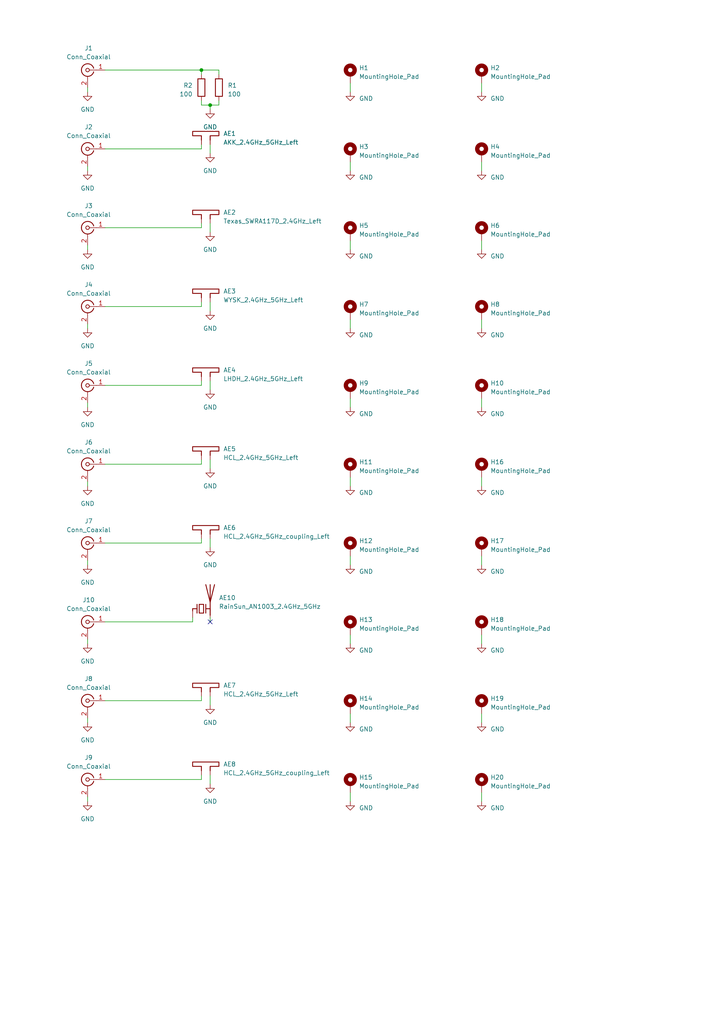
<source format=kicad_sch>
(kicad_sch (version 20230121) (generator eeschema)
  (paper "A4" portrait)
  (title_block (title "${title}") (rev "${revision}") (company "${company}") (comment 1 "author: ${author}") (comment 2 "pid: ${pid}"))
  (lib_symbols
    (symbol "Connector:Conn_Coaxial" (pin_names (offset 1.016) hide)
      (property "Reference" "J" (at 0.254 3.048 0))
      (property "Value" "Conn_Coaxial" (at 2.921 0 90))
      (symbol "Conn_Coaxial_0_1"
        (arc (start -1.778 -0.508) (mid 0.2311 -1.8066) (end 1.778 0) (stroke (width 0.254)))
        (polyline (pts (xy -2.54 0) (xy -0.508 0)))
        (polyline (pts (xy 0 -2.54) (xy 0 -1.778)))
        (circle (center 0 0) (radius 0.508) (stroke (width 0.2032)))
        (arc (start 1.778 0) (mid 0.2099 1.8101) (end -1.778 0.508) (stroke (width 0.254)))
      )
      (symbol "Conn_Coaxial_1_1"
        (pin passive line (at -5.08 0 0) (length 2.54) (name "In") (number "1"))
        (pin passive line (at 0 -5.08 90) (length 2.54) (name "Ext") (number "2"))
      )
    )
    (symbol "Device:Antenna_Chip" (pin_numbers hide) (pin_names (offset 1.016) hide)
      (property "Reference" "AE" (at 0 5.08 0))
      (property "Value" "Antenna_Chip" (at 0 3.175 0))
      (symbol "Antenna_Chip_0_1"
        (polyline (pts (xy -2.54 0) (xy -2.54 -0.635)) (stroke (width 0.254)))
        (polyline (pts (xy -2.54 0) (xy -1.27 0)) (stroke (width 0.254)))
        (polyline (pts (xy 1.27 0) (xy 2.54 0)) (stroke (width 0.254)))
        (polyline (pts (xy 1.27 1.27) (xy 1.27 -1.27)) (stroke (width 0.254)))
        (polyline (pts (xy 2.54 -0.635) (xy 2.54 0)))
        (polyline (pts (xy 2.54 6.985) (xy 2.54 -1.905)) (stroke (width 0.254)))
        (polyline (pts (xy -1.27 1.27) (xy -1.27 -1.27) (xy -1.27 0)) (stroke (width 0.254)))
        (polyline (pts (xy 3.81 6.985) (xy 2.54 1.905) (xy 1.27 6.985)) (stroke (width 0.254)))
        (polyline (pts (xy -0.635 1.27) (xy 0.635 1.27) (xy 0.635 -1.27) (xy -0.635 -1.27) (xy -0.635 1.27)) (stroke (width 0.254)))
      )
      (symbol "Antenna_Chip_1_1"
        (pin input line (at -2.54 -2.54 90) (length 2.54) (name "FEED") (number "1"))
        (pin passive line (at 2.54 -2.54 90) (length 2.54) (name "PCB_Trace") (number "2"))
      )
    )
    (symbol "Device:Antenna_Dipole" (pin_numbers hide) (pin_names (offset 1.016) hide)
      (property "Reference" "AE" (at 1.27 1.27 0))
      (property "Value" "Antenna_Dipole" (at 1.27 0 0))
      (symbol "Antenna_Dipole_0_1"
        (polyline (pts (xy 2.54 -3.81) (xy 2.54 -2.54) (xy 5.08 -2.54) (xy 5.08 -1.27) (xy -2.54 -1.27) (xy -2.54 -2.54) (xy 0 -2.54) (xy 0 -3.81)) (stroke (width 0.254)))
      )
      (symbol "Antenna_Dipole_1_1"
        (pin input line (at 0 -5.08 90) (length 2.54) (name "~") (number "1"))
        (pin input line (at 2.54 -5.08 90) (length 2.54) (name "~") (number "2"))
      )
    )
    (symbol "Device:R" (pin_numbers hide) (pin_names (offset 0))
      (property "Reference" "R" (at 2.032 0 90))
      (property "Value" "R" (at 0 0 90))
      (symbol "R_0_1"
        (rectangle (start -1.016 -2.54) (end 1.016 2.54) (stroke (width 0.254)))
      )
      (symbol "R_1_1"
        (pin passive line (at 0 3.81 270) (length 1.27) (name "~") (number "1"))
        (pin passive line (at 0 -3.81 90) (length 1.27) (name "~") (number "2"))
      )
    )
    (symbol "Mechanical:MountingHole_Pad" (pin_numbers hide) (pin_names (offset 1.016) hide)
      (property "Reference" "H" (at 0 6.35 0))
      (property "Value" "MountingHole_Pad" (at 0 4.445 0))
      (symbol "MountingHole_Pad_0_1"
        (circle (center 0 1.27) (radius 1.27) (stroke (width 1.27)))
      )
      (symbol "MountingHole_Pad_1_1"
        (pin input line (at 0 -2.54 90) (length 2.54) (name "1") (number "1"))
      )
    )
    (symbol "power:GND" (power) (pin_names (offset 0))
      (property "Value" "GND" (at 0 -3.81 0))
      (symbol "GND_0_1"
        (polyline (pts (xy 0 0) (xy 0 -1.27) (xy 1.27 -1.27) (xy 0 -2.54) (xy -1.27 -1.27) (xy 0 -1.27)))
      )
      (symbol "GND_1_1"
        (pin power_in line (at 0 0 270) (length 0) hide (name "GND") (number "1"))
      )
    )
  )
  (junction (at 60.96 30.48))
  (junction (at 58.42 20.32))
  (no_connect (at 60.96 180.34))
  (wire (pts (xy 139.7 229.87) (xy 139.7 232.41)))
  (wire (pts (xy 55.88 179.07) (xy 55.88 180.34)))
  (wire (pts (xy 30.48 20.32) (xy 58.42 20.32)))
  (wire (pts (xy 63.5 20.32) (xy 63.5 21.59)))
  (wire (pts (xy 101.6 229.87) (xy 101.6 232.41)))
  (wire (pts (xy 101.6 207.01) (xy 101.6 209.55)))
  (wire (pts (xy 63.5 30.48) (xy 63.5 29.21)))
  (wire (pts (xy 25.4 116.84) (xy 25.4 118.11)))
  (wire (pts (xy 30.48 157.48) (xy 58.42 157.48)))
  (wire (pts (xy 30.48 111.76) (xy 58.42 111.76)))
  (wire (pts (xy 101.6 69.85) (xy 101.6 72.39)))
  (wire (pts (xy 30.48 203.2) (xy 58.42 203.2)))
  (wire (pts (xy 58.42 41.91) (xy 58.42 43.18)))
  (wire (pts (xy 30.48 180.34) (xy 55.88 180.34)))
  (wire (pts (xy 58.42 133.35) (xy 58.42 134.62)))
  (wire (pts (xy 101.6 184.15) (xy 101.6 186.69)))
  (wire (pts (xy 58.42 20.32) (xy 58.42 21.59)))
  (wire (pts (xy 30.48 134.62) (xy 58.42 134.62)))
  (wire (pts (xy 25.4 93.98) (xy 25.4 95.25)))
  (wire (pts (xy 25.4 185.42) (xy 25.4 186.69)))
  (wire (pts (xy 101.6 92.71) (xy 101.6 95.25)))
  (wire (pts (xy 58.42 20.32) (xy 63.5 20.32)))
  (wire (pts (xy 101.6 138.43) (xy 101.6 140.97)))
  (wire (pts (xy 139.7 46.99) (xy 139.7 49.53)))
  (wire (pts (xy 60.96 133.35) (xy 60.96 135.89)))
  (wire (pts (xy 58.42 156.21) (xy 58.42 157.48)))
  (wire (pts (xy 60.96 41.91) (xy 60.96 44.45)))
  (wire (pts (xy 139.7 69.85) (xy 139.7 72.39)))
  (wire (pts (xy 30.48 226.06) (xy 58.42 226.06)))
  (wire (pts (xy 25.4 208.28) (xy 25.4 209.55)))
  (wire (pts (xy 58.42 110.49) (xy 58.42 111.76)))
  (wire (pts (xy 60.96 64.77) (xy 60.96 67.31)))
  (wire (pts (xy 139.7 161.29) (xy 139.7 163.83)))
  (wire (pts (xy 60.96 180.34) (xy 60.96 179.07)))
  (wire (pts (xy 139.7 24.13) (xy 139.7 26.67)))
  (wire (pts (xy 60.96 30.48) (xy 60.96 31.75)))
  (wire (pts (xy 139.7 184.15) (xy 139.7 186.69)))
  (wire (pts (xy 139.7 115.57) (xy 139.7 118.11)))
  (wire (pts (xy 58.42 29.21) (xy 58.42 30.48)))
  (wire (pts (xy 101.6 46.99) (xy 101.6 49.53)))
  (wire (pts (xy 60.96 156.21) (xy 60.96 158.75)))
  (wire (pts (xy 101.6 24.13) (xy 101.6 26.67)))
  (wire (pts (xy 25.4 231.14) (xy 25.4 232.41)))
  (wire (pts (xy 25.4 139.7) (xy 25.4 140.97)))
  (wire (pts (xy 139.7 92.71) (xy 139.7 95.25)))
  (wire (pts (xy 25.4 48.26) (xy 25.4 49.53)))
  (wire (pts (xy 58.42 87.63) (xy 58.42 88.9)))
  (wire (pts (xy 25.4 162.56) (xy 25.4 163.83)))
  (wire (pts (xy 139.7 207.01) (xy 139.7 209.55)))
  (wire (pts (xy 139.7 138.43) (xy 139.7 140.97)))
  (wire (pts (xy 25.4 71.12) (xy 25.4 72.39)))
  (wire (pts (xy 60.96 201.93) (xy 60.96 204.47)))
  (wire (pts (xy 101.6 115.57) (xy 101.6 118.11)))
  (wire (pts (xy 60.96 30.48) (xy 63.5 30.48)))
  (wire (pts (xy 60.96 110.49) (xy 60.96 113.03)))
  (wire (pts (xy 58.42 30.48) (xy 60.96 30.48)))
  (wire (pts (xy 60.96 87.63) (xy 60.96 90.17)))
  (wire (pts (xy 30.48 88.9) (xy 58.42 88.9)))
  (wire (pts (xy 58.42 64.77) (xy 58.42 66.04)))
  (wire (pts (xy 25.4 25.4) (xy 25.4 26.67)))
  (wire (pts (xy 58.42 224.79) (xy 58.42 226.06)))
  (wire (pts (xy 30.48 43.18) (xy 58.42 43.18)))
  (wire (pts (xy 101.6 161.29) (xy 101.6 163.83)))
  (wire (pts (xy 30.48 66.04) (xy 58.42 66.04)))
  (wire (pts (xy 60.96 224.79) (xy 60.96 227.33)))
  (wire (pts (xy 58.42 201.93) (xy 58.42 203.2)))
  (symbol (lib_id "power:GND") (at 25.4 232.41 0) (unit 1)
    (property "Reference" "#PWR016" (effects hide))
    (property "Value" "GND" (at 25.4 237.49 0))
  )
  (symbol (lib_id "power:GND") (at 101.6 186.69 0) (unit 1)
    (property "Reference" "#PWR032" (effects hide))
    (property "Value" "GND" (at 104.14 188.595 0) (effects (justify left)))
  )
  (symbol (lib_id "Connector:Conn_Coaxial") (at 25.4 157.48 0) (mirror y) (unit 1)
    (property "Reference" "J7" (at 25.7174 151.13 0))
    (property "Value" "Conn_Coaxial" (at 25.7174 153.67 0))
    (property "Footprint" "Connector_Coaxial:SMA_Molex_73251-2120_EdgeMount_Horizontal" (effects hide))
    (property "Datasheet" " ~" (effects hide))
  )
  (symbol (lib_id "Mechanical:MountingHole_Pad") (at 101.6 135.89 0) (unit 1)
    (property "Reference" "H11" (at 104.14 133.985 0) (effects (justify left)))
    (property "Value" "MountingHole_Pad" (at 104.14 136.525 0) (effects (justify left)))
    (property "Footprint" "MountingHole:MountingHole_3mm_Pad_Via" (effects hide))
  )
  (symbol (lib_id "power:GND") (at 101.6 163.83 0) (unit 1)
    (property "Reference" "#PWR031" (effects hide))
    (property "Value" "GND" (at 104.14 165.735 0) (effects (justify left)))
  )
  (symbol (lib_id "Mechanical:MountingHole_Pad") (at 139.7 44.45 0) (unit 1)
    (property "Reference" "H4" (at 142.24 42.545 0) (effects (justify left)))
    (property "Value" "MountingHole_Pad" (at 142.24 45.085 0) (effects (justify left)))
    (property "Footprint" "MountingHole:MountingHole_3mm_Pad_Via" (effects hide))
  )
  (symbol (lib_id "Mechanical:MountingHole_Pad") (at 101.6 158.75 0) (unit 1)
    (property "Reference" "H12" (at 104.14 156.845 0) (effects (justify left)))
    (property "Value" "MountingHole_Pad" (at 104.14 159.385 0) (effects (justify left)))
    (property "Footprint" "MountingHole:MountingHole_3mm_Pad_Via" (effects hide))
  )
  (symbol (lib_id "power:GND") (at 60.96 44.45 0) (unit 1)
    (property "Reference" "#PWR04" (effects hide))
    (property "Value" "GND" (at 60.96 49.53 0))
  )
  (symbol (lib_id "Connector:Conn_Coaxial") (at 25.4 134.62 0) (mirror y) (unit 1)
    (property "Reference" "J6" (at 25.7174 128.27 0))
    (property "Value" "Conn_Coaxial" (at 25.7174 130.81 0))
    (property "Footprint" "Connector_Coaxial:SMA_Molex_73251-2120_EdgeMount_Horizontal" (effects hide))
    (property "Datasheet" " ~" (effects hide))
  )
  (symbol (lib_id "Device:Antenna_Chip") (at 58.42 176.53 0) (unit 1)
    (property "Reference" "AE10" (at 63.5 173.355 0) (effects (justify left)))
    (property "Value" "RainSun_AN1003_2.4GHz_5GHz" (at 63.5 175.895 0) (effects (justify left)))
    (property "Footprint" "RF_Antenna-project:RainSun_AN1003_2.4GHz_5GHz" (effects hide))
  )
  (symbol (lib_id "power:GND") (at 139.7 140.97 0) (unit 1)
    (property "Reference" "#PWR035" (effects hide))
    (property "Value" "GND" (at 142.24 142.875 0) (effects (justify left)))
  )
  (symbol (lib_id "Mechanical:MountingHole_Pad") (at 101.6 113.03 0) (unit 1)
    (property "Reference" "H9" (at 104.14 111.125 0) (effects (justify left)))
    (property "Value" "MountingHole_Pad" (at 104.14 113.665 0) (effects (justify left)))
    (property "Footprint" "MountingHole:MountingHole_3mm_Pad_Via" (effects hide))
  )
  (symbol (lib_id "Mechanical:MountingHole_Pad") (at 101.6 67.31 0) (unit 1)
    (property "Reference" "H5" (at 104.14 65.405 0) (effects (justify left)))
    (property "Value" "MountingHole_Pad" (at 104.14 67.945 0) (effects (justify left)))
    (property "Footprint" "MountingHole:MountingHole_3mm_Pad_Via" (effects hide))
  )
  (symbol (lib_id "Mechanical:MountingHole_Pad") (at 101.6 181.61 0) (unit 1)
    (property "Reference" "H13" (at 104.14 179.705 0) (effects (justify left)))
    (property "Value" "MountingHole_Pad" (at 104.14 182.245 0) (effects (justify left)))
    (property "Footprint" "MountingHole:MountingHole_3mm_Pad_Via" (effects hide))
  )
  (symbol (lib_id "Connector:Conn_Coaxial") (at 25.4 66.04 0) (mirror y) (unit 1)
    (property "Reference" "J3" (at 25.7174 59.69 0))
    (property "Value" "Conn_Coaxial" (at 25.7174 62.23 0))
    (property "Footprint" "Connector_Coaxial:SMA_Molex_73251-2120_EdgeMount_Horizontal" (effects hide))
    (property "Datasheet" " ~" (effects hide))
  )
  (symbol (lib_id "Mechanical:MountingHole_Pad") (at 101.6 227.33 0) (unit 1)
    (property "Reference" "H15" (at 104.14 225.425 0) (effects (justify left)))
    (property "Value" "MountingHole_Pad" (at 104.14 227.965 0) (effects (justify left)))
    (property "Footprint" "MountingHole:MountingHole_3mm_Pad_Via" (effects hide))
  )
  (symbol (lib_id "Connector:Conn_Coaxial") (at 25.4 88.9 0) (mirror y) (unit 1)
    (property "Reference" "J4" (at 25.7174 82.55 0))
    (property "Value" "Conn_Coaxial" (at 25.7174 85.09 0))
    (property "Footprint" "Connector_Coaxial:SMA_Molex_73251-2120_EdgeMount_Horizontal" (effects hide))
    (property "Datasheet" " ~" (effects hide))
  )
  (symbol (lib_id "power:GND") (at 101.6 49.53 0) (unit 1)
    (property "Reference" "#PWR022" (effects hide))
    (property "Value" "GND" (at 104.14 51.435 0) (effects (justify left)))
  )
  (symbol (lib_id "power:GND") (at 139.7 118.11 0) (unit 1)
    (property "Reference" "#PWR029" (effects hide))
    (property "Value" "GND" (at 142.24 120.015 0) (effects (justify left)))
  )
  (symbol (lib_id "power:GND") (at 25.4 26.67 0) (unit 1)
    (property "Reference" "#PWR01" (effects hide))
    (property "Value" "GND" (at 25.4 31.75 0))
  )
  (symbol (lib_id "Device:Antenna_Dipole") (at 58.42 105.41 0) (unit 1)
    (property "Reference" "AE4" (at 64.77 107.315 0) (effects (justify left)))
    (property "Value" "LHDH_2.4GHz_5GHz_Left" (at 64.77 109.855 0) (effects (justify left)))
    (property "Footprint" "RF_Antenna-project:LHDH_2.4GHz_5GHz_Left" (effects hide))
  )
  (symbol (lib_id "Device:R") (at 58.42 25.4 0) (unit 1)
    (property "Reference" "R2" (at 55.88 24.765 0) (effects (justify right)))
    (property "Value" "100" (at 55.88 27.305 0) (effects (justify right)))
    (property "Footprint" "Resistor_SMD:R_0402_1005Metric" (effects hide))
  )
  (symbol (lib_id "Device:Antenna_Dipole") (at 58.42 219.71 0) (unit 1)
    (property "Reference" "AE8" (at 64.77 221.615 0) (effects (justify left)))
    (property "Value" "HCL_2.4GHz_5GHz_coupling_Left" (at 64.77 224.155 0) (effects (justify left)))
    (property "Footprint" "RF_Antenna-project:HCL_2.4GHz_5GHz_coupling_Left" (effects hide))
  )
  (symbol (lib_id "power:GND") (at 25.4 163.83 0) (unit 1)
    (property "Reference" "#PWR013" (effects hide))
    (property "Value" "GND" (at 25.4 168.91 0))
  )
  (symbol (lib_id "power:GND") (at 101.6 118.11 0) (unit 1)
    (property "Reference" "#PWR028" (effects hide))
    (property "Value" "GND" (at 104.14 120.015 0) (effects (justify left)))
  )
  (symbol (lib_id "Device:R") (at 63.5 25.4 0) (unit 1)
    (property "Reference" "R1" (at 66.04 24.765 0) (effects (justify left)))
    (property "Value" "100" (at 66.04 27.305 0) (effects (justify left)))
    (property "Footprint" "Resistor_SMD:R_0402_1005Metric" (effects hide))
  )
  (symbol (lib_id "power:GND") (at 101.6 209.55 0) (unit 1)
    (property "Reference" "#PWR033" (effects hide))
    (property "Value" "GND" (at 104.14 211.455 0) (effects (justify left)))
  )
  (symbol (lib_id "Mechanical:MountingHole_Pad") (at 101.6 90.17 0) (unit 1)
    (property "Reference" "H7" (at 104.14 88.265 0) (effects (justify left)))
    (property "Value" "MountingHole_Pad" (at 104.14 90.805 0) (effects (justify left)))
    (property "Footprint" "MountingHole:MountingHole_3mm_Pad_Via" (effects hide))
  )
  (symbol (lib_id "power:GND") (at 139.7 49.53 0) (unit 1)
    (property "Reference" "#PWR023" (effects hide))
    (property "Value" "GND" (at 142.24 51.435 0) (effects (justify left)))
  )
  (symbol (lib_id "power:GND") (at 139.7 163.83 0) (unit 1)
    (property "Reference" "#PWR036" (effects hide))
    (property "Value" "GND" (at 142.24 165.735 0) (effects (justify left)))
  )
  (symbol (lib_id "power:GND") (at 101.6 140.97 0) (unit 1)
    (property "Reference" "#PWR030" (effects hide))
    (property "Value" "GND" (at 104.14 142.875 0) (effects (justify left)))
  )
  (symbol (lib_id "power:GND") (at 25.4 95.25 0) (unit 1)
    (property "Reference" "#PWR07" (effects hide))
    (property "Value" "GND" (at 25.4 100.33 0))
  )
  (symbol (lib_id "power:GND") (at 60.96 135.89 0) (unit 1)
    (property "Reference" "#PWR012" (effects hide))
    (property "Value" "GND" (at 60.96 140.97 0))
  )
  (symbol (lib_id "power:GND") (at 60.96 158.75 0) (unit 1)
    (property "Reference" "#PWR014" (effects hide))
    (property "Value" "GND" (at 60.96 163.83 0))
  )
  (symbol (lib_id "Mechanical:MountingHole_Pad") (at 139.7 158.75 0) (unit 1)
    (property "Reference" "H17" (at 142.24 156.845 0) (effects (justify left)))
    (property "Value" "MountingHole_Pad" (at 142.24 159.385 0) (effects (justify left)))
    (property "Footprint" "MountingHole:MountingHole_3mm_Pad_Via" (effects hide))
  )
  (symbol (lib_id "Device:Antenna_Dipole") (at 58.42 82.55 0) (unit 1)
    (property "Reference" "AE3" (at 64.77 84.455 0) (effects (justify left)))
    (property "Value" "WYSK_2.4GHz_5GHz_Left" (at 64.77 86.995 0) (effects (justify left)))
    (property "Footprint" "RF_Antenna-project:WYSK_2.4GHz_5GHz_Left" (effects hide))
  )
  (symbol (lib_id "power:GND") (at 101.6 232.41 0) (unit 1)
    (property "Reference" "#PWR034" (effects hide))
    (property "Value" "GND" (at 104.14 234.315 0) (effects (justify left)))
  )
  (symbol (lib_id "Mechanical:MountingHole_Pad") (at 101.6 204.47 0) (unit 1)
    (property "Reference" "H14" (at 104.14 202.565 0) (effects (justify left)))
    (property "Value" "MountingHole_Pad" (at 104.14 205.105 0) (effects (justify left)))
    (property "Footprint" "MountingHole:MountingHole_3mm_Pad_Via" (effects hide))
  )
  (symbol (lib_id "power:GND") (at 139.7 26.67 0) (unit 1)
    (property "Reference" "#PWR021" (effects hide))
    (property "Value" "GND" (at 142.24 28.575 0) (effects (justify left)))
  )
  (symbol (lib_id "power:GND") (at 139.7 72.39 0) (unit 1)
    (property "Reference" "#PWR025" (effects hide))
    (property "Value" "GND" (at 142.24 74.295 0) (effects (justify left)))
  )
  (symbol (lib_id "power:GND") (at 25.4 49.53 0) (unit 1)
    (property "Reference" "#PWR03" (effects hide))
    (property "Value" "GND" (at 25.4 54.61 0))
  )
  (symbol (lib_id "power:GND") (at 25.4 209.55 0) (unit 1)
    (property "Reference" "#PWR015" (effects hide))
    (property "Value" "GND" (at 25.4 214.63 0))
  )
  (symbol (lib_id "power:GND") (at 139.7 209.55 0) (unit 1)
    (property "Reference" "#PWR038" (effects hide))
    (property "Value" "GND" (at 142.24 211.455 0) (effects (justify left)))
  )
  (symbol (lib_id "Mechanical:MountingHole_Pad") (at 139.7 113.03 0) (unit 1)
    (property "Reference" "H10" (at 142.24 111.125 0) (effects (justify left)))
    (property "Value" "MountingHole_Pad" (at 142.24 113.665 0) (effects (justify left)))
    (property "Footprint" "MountingHole:MountingHole_3mm_Pad_Via" (effects hide))
  )
  (symbol (lib_id "Mechanical:MountingHole_Pad") (at 101.6 44.45 0) (unit 1)
    (property "Reference" "H3" (at 104.14 42.545 0) (effects (justify left)))
    (property "Value" "MountingHole_Pad" (at 104.14 45.085 0) (effects (justify left)))
    (property "Footprint" "MountingHole:MountingHole_3mm_Pad_Via" (effects hide))
  )
  (symbol (lib_id "power:GND") (at 139.7 232.41 0) (unit 1)
    (property "Reference" "#PWR039" (effects hide))
    (property "Value" "GND" (at 142.24 234.315 0) (effects (justify left)))
  )
  (symbol (lib_id "Device:Antenna_Dipole") (at 58.42 128.27 0) (unit 1)
    (property "Reference" "AE5" (at 64.77 130.175 0) (effects (justify left)))
    (property "Value" "HCL_2.4GHz_5GHz_Left" (at 64.77 132.715 0) (effects (justify left)))
    (property "Footprint" "RF_Antenna-project:HCL_2.4GHz_5GHz_Left" (effects hide))
  )
  (symbol (lib_id "power:GND") (at 139.7 95.25 0) (unit 1)
    (property "Reference" "#PWR027" (effects hide))
    (property "Value" "GND" (at 142.24 97.155 0) (effects (justify left)))
  )
  (symbol (lib_id "Device:Antenna_Dipole") (at 58.42 151.13 0) (unit 1)
    (property "Reference" "AE6" (at 64.77 153.035 0) (effects (justify left)))
    (property "Value" "HCL_2.4GHz_5GHz_coupling_Left" (at 64.77 155.575 0) (effects (justify left)))
    (property "Footprint" "RF_Antenna-project:HCL_2.4GHz_5GHz_coupling_Left" (effects hide))
  )
  (symbol (lib_id "Connector:Conn_Coaxial") (at 25.4 20.32 0) (mirror y) (unit 1)
    (property "Reference" "J1" (at 25.7174 13.97 0))
    (property "Value" "Conn_Coaxial" (at 25.7174 16.51 0))
    (property "Footprint" "Connector_Coaxial:SMA_Molex_73251-2120_EdgeMount_Horizontal" (effects hide))
    (property "Datasheet" " ~" (effects hide))
  )
  (symbol (lib_id "power:GND") (at 25.4 72.39 0) (unit 1)
    (property "Reference" "#PWR05" (effects hide))
    (property "Value" "GND" (at 25.4 77.47 0))
  )
  (symbol (lib_id "Mechanical:MountingHole_Pad") (at 139.7 21.59 0) (unit 1)
    (property "Reference" "H2" (at 142.24 19.685 0) (effects (justify left)))
    (property "Value" "MountingHole_Pad" (at 142.24 22.225 0) (effects (justify left)))
    (property "Footprint" "MountingHole:MountingHole_3mm_Pad_Via" (effects hide))
  )
  (symbol (lib_id "Device:Antenna_Dipole") (at 58.42 196.85 0) (unit 1)
    (property "Reference" "AE7" (at 64.77 198.755 0) (effects (justify left)))
    (property "Value" "HCL_2.4GHz_5GHz_Left" (at 64.77 201.295 0) (effects (justify left)))
    (property "Footprint" "RF_Antenna-project:HCL_2.4GHz_5GHz_Left" (effects hide))
  )
  (symbol (lib_id "Connector:Conn_Coaxial") (at 25.4 180.34 0) (mirror y) (unit 1)
    (property "Reference" "J10" (at 25.7174 173.99 0))
    (property "Value" "Conn_Coaxial" (at 25.7174 176.53 0))
    (property "Footprint" "Connector_Coaxial:SMA_Molex_73251-2120_EdgeMount_Horizontal" (effects hide))
    (property "Datasheet" " ~" (effects hide))
  )
  (symbol (lib_id "Mechanical:MountingHole_Pad") (at 139.7 90.17 0) (unit 1)
    (property "Reference" "H8" (at 142.24 88.265 0) (effects (justify left)))
    (property "Value" "MountingHole_Pad" (at 142.24 90.805 0) (effects (justify left)))
    (property "Footprint" "MountingHole:MountingHole_3mm_Pad_Via" (effects hide))
  )
  (symbol (lib_id "power:GND") (at 101.6 26.67 0) (unit 1)
    (property "Reference" "#PWR020" (effects hide))
    (property "Value" "GND" (at 104.14 28.575 0) (effects (justify left)))
  )
  (symbol (lib_id "power:GND") (at 25.4 118.11 0) (unit 1)
    (property "Reference" "#PWR09" (effects hide))
    (property "Value" "GND" (at 25.4 123.19 0))
  )
  (symbol (lib_id "power:GND") (at 60.96 204.47 0) (unit 1)
    (property "Reference" "#PWR017" (effects hide))
    (property "Value" "GND" (at 60.96 209.55 0))
  )
  (symbol (lib_id "Mechanical:MountingHole_Pad") (at 139.7 67.31 0) (unit 1)
    (property "Reference" "H6" (at 142.24 65.405 0) (effects (justify left)))
    (property "Value" "MountingHole_Pad" (at 142.24 67.945 0) (effects (justify left)))
    (property "Footprint" "MountingHole:MountingHole_3mm_Pad_Via" (effects hide))
  )
  (symbol (lib_id "Device:Antenna_Dipole") (at 58.42 36.83 0) (unit 1)
    (property "Reference" "AE1" (at 64.77 38.735 0) (effects (justify left)))
    (property "Value" "AKK_2.4GHz_5GHz_Left" (at 64.77 41.275 0) (effects (justify left)))
    (property "Footprint" "RF_Antenna-project:AKK_2.4GHz_5GHz_Left" (effects hide))
  )
  (symbol (lib_id "power:GND") (at 25.4 140.97 0) (unit 1)
    (property "Reference" "#PWR011" (effects hide))
    (property "Value" "GND" (at 25.4 146.05 0))
  )
  (symbol (lib_id "Connector:Conn_Coaxial") (at 25.4 226.06 0) (mirror y) (unit 1)
    (property "Reference" "J9" (at 25.7174 219.71 0))
    (property "Value" "Conn_Coaxial" (at 25.7174 222.25 0))
    (property "Footprint" "Connector_Coaxial:SMA_Molex_73251-2120_EdgeMount_Horizontal" (effects hide))
    (property "Datasheet" " ~" (effects hide))
  )
  (symbol (lib_id "power:GND") (at 60.96 113.03 0) (unit 1)
    (property "Reference" "#PWR010" (effects hide))
    (property "Value" "GND" (at 60.96 118.11 0))
  )
  (symbol (lib_id "Mechanical:MountingHole_Pad") (at 101.6 21.59 0) (unit 1)
    (property "Reference" "H1" (at 104.14 19.685 0) (effects (justify left)))
    (property "Value" "MountingHole_Pad" (at 104.14 22.225 0) (effects (justify left)))
    (property "Footprint" "MountingHole:MountingHole_3mm_Pad_Via" (effects hide))
  )
  (symbol (lib_id "power:GND") (at 60.96 90.17 0) (unit 1)
    (property "Reference" "#PWR08" (effects hide))
    (property "Value" "GND" (at 60.96 95.25 0))
  )
  (symbol (lib_id "power:GND") (at 25.4 186.69 0) (unit 1)
    (property "Reference" "#PWR019" (effects hide))
    (property "Value" "GND" (at 25.4 191.77 0))
  )
  (symbol (lib_id "Mechanical:MountingHole_Pad") (at 139.7 227.33 0) (unit 1)
    (property "Reference" "H20" (at 142.24 225.425 0) (effects (justify left)))
    (property "Value" "MountingHole_Pad" (at 142.24 227.965 0) (effects (justify left)))
    (property "Footprint" "MountingHole:MountingHole_3mm_Pad_Via" (effects hide))
  )
  (symbol (lib_id "Connector:Conn_Coaxial") (at 25.4 43.18 0) (mirror y) (unit 1)
    (property "Reference" "J2" (at 25.7174 36.83 0))
    (property "Value" "Conn_Coaxial" (at 25.7174 39.37 0))
    (property "Footprint" "Connector_Coaxial:SMA_Molex_73251-2120_EdgeMount_Horizontal" (effects hide))
    (property "Datasheet" " ~" (effects hide))
  )
  (symbol (lib_id "power:GND") (at 60.96 67.31 0) (unit 1)
    (property "Reference" "#PWR06" (effects hide))
    (property "Value" "GND" (at 60.96 72.39 0))
  )
  (symbol (lib_id "Mechanical:MountingHole_Pad") (at 139.7 181.61 0) (unit 1)
    (property "Reference" "H18" (at 142.24 179.705 0) (effects (justify left)))
    (property "Value" "MountingHole_Pad" (at 142.24 182.245 0) (effects (justify left)))
    (property "Footprint" "MountingHole:MountingHole_3mm_Pad_Via" (effects hide))
  )
  (symbol (lib_id "power:GND") (at 139.7 186.69 0) (unit 1)
    (property "Reference" "#PWR037" (effects hide))
    (property "Value" "GND" (at 142.24 188.595 0) (effects (justify left)))
  )
  (symbol (lib_id "power:GND") (at 60.96 31.75 0) (unit 1)
    (property "Reference" "#PWR02" (effects hide))
    (property "Value" "GND" (at 60.96 36.83 0))
  )
  (symbol (lib_id "power:GND") (at 101.6 72.39 0) (unit 1)
    (property "Reference" "#PWR024" (effects hide))
    (property "Value" "GND" (at 104.14 74.295 0) (effects (justify left)))
  )
  (symbol (lib_id "Device:Antenna_Dipole") (at 58.42 59.69 0) (unit 1)
    (property "Reference" "AE2" (at 64.77 61.595 0) (effects (justify left)))
    (property "Value" "Texas_SWRA117D_2.4GHz_Left" (at 64.77 64.135 0) (effects (justify left)))
    (property "Footprint" "RF_Antenna:Texas_SWRA117D_2.4GHz_Left" (effects hide))
  )
  (symbol (lib_id "Mechanical:MountingHole_Pad") (at 139.7 204.47 0) (unit 1)
    (property "Reference" "H19" (at 142.24 202.565 0) (effects (justify left)))
    (property "Value" "MountingHole_Pad" (at 142.24 205.105 0) (effects (justify left)))
    (property "Footprint" "MountingHole:MountingHole_3mm_Pad_Via" (effects hide))
  )
  (symbol (lib_id "power:GND") (at 60.96 227.33 0) (unit 1)
    (property "Reference" "#PWR018" (effects hide))
    (property "Value" "GND" (at 60.96 232.41 0))
  )
  (symbol (lib_id "Connector:Conn_Coaxial") (at 25.4 203.2 0) (mirror y) (unit 1)
    (property "Reference" "J8" (at 25.7174 196.85 0))
    (property "Value" "Conn_Coaxial" (at 25.7174 199.39 0))
    (property "Footprint" "Connector_Coaxial:SMA_Molex_73251-2120_EdgeMount_Horizontal" (effects hide))
    (property "Datasheet" " ~" (effects hide))
  )
  (symbol (lib_id "Mechanical:MountingHole_Pad") (at 139.7 135.89 0) (unit 1)
    (property "Reference" "H16" (at 142.24 133.985 0) (effects (justify left)))
    (property "Value" "MountingHole_Pad" (at 142.24 136.525 0) (effects (justify left)))
    (property "Footprint" "MountingHole:MountingHole_3mm_Pad_Via" (effects hide))
  )
  (symbol (lib_id "power:GND") (at 101.6 95.25 0) (unit 1)
    (property "Reference" "#PWR026" (effects hide))
    (property "Value" "GND" (at 104.14 97.155 0) (effects (justify left)))
  )
  (symbol (lib_id "Connector:Conn_Coaxial") (at 25.4 111.76 0) (mirror y) (unit 1)
    (property "Reference" "J5" (at 25.7174 105.41 0))
    (property "Value" "Conn_Coaxial" (at 25.7174 107.95 0))
    (property "Footprint" "Connector_Coaxial:SMA_Molex_73251-2120_EdgeMount_Horizontal" (effects hide))
    (property "Datasheet" " ~" (effects hide))
  )
)
</source>
